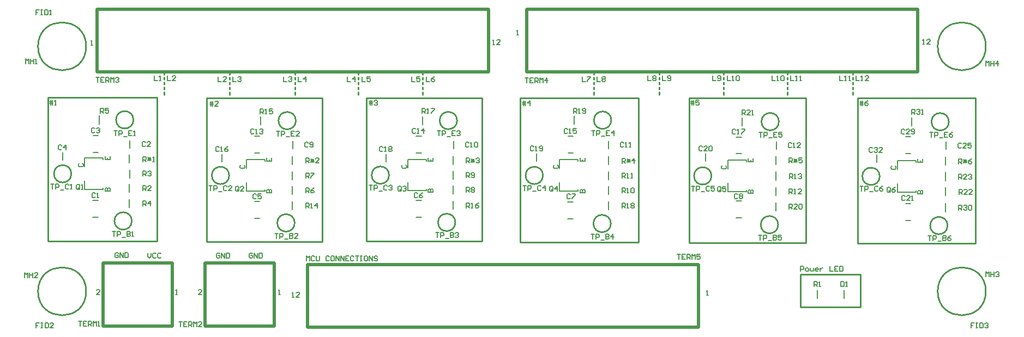
<source format=gto>
G04 Layer_Color=65535*
%FSLAX25Y25*%
%MOIN*%
G70*
G01*
G75*
%ADD21C,0.01000*%
%ADD22C,0.01969*%
%ADD23C,0.00787*%
%ADD24C,0.00500*%
D21*
X167909Y129500D02*
G03*
X167909Y129500I-5315J0D01*
G01*
X566315Y65268D02*
G03*
X566315Y65268I-5315J0D01*
G01*
X567109Y128828D02*
G03*
X567109Y128828I-5315J0D01*
G01*
X524852Y95423D02*
G03*
X524852Y95423I-5315J0D01*
G01*
X462752Y65800D02*
G03*
X462752Y65800I-5315J0D01*
G01*
X463186Y128900D02*
G03*
X463186Y128900I-5315J0D01*
G01*
X421952Y95664D02*
G03*
X421952Y95664I-5315J0D01*
G01*
X318989Y95960D02*
G03*
X318989Y95960I-5315J0D01*
G01*
X360746Y129800D02*
G03*
X360746Y129800I-5315J0D01*
G01*
X360452Y66500D02*
G03*
X360452Y66500I-5315J0D01*
G01*
X265417Y67200D02*
G03*
X265417Y67200I-5315J0D01*
G01*
X266454Y129560D02*
G03*
X266454Y129560I-5315J0D01*
G01*
X224883Y96160D02*
G03*
X224883Y96160I-5315J0D01*
G01*
X127152Y95954D02*
G03*
X127152Y95954I-5315J0D01*
G01*
X167183Y66900D02*
G03*
X167183Y66900I-5315J0D01*
G01*
X68615Y130000D02*
G03*
X68615Y130000I-5315J0D01*
G01*
X30643Y96960D02*
G03*
X30643Y96960I-5315J0D01*
G01*
X67615Y68100D02*
G03*
X67615Y68100I-5315J0D01*
G01*
X39705Y175000D02*
G03*
X39705Y175000I-14705J0D01*
G01*
Y25000D02*
G03*
X39705Y25000I-14705J0D01*
G01*
X589705Y175000D02*
G03*
X589705Y175000I-14705J0D01*
G01*
Y25000D02*
G03*
X589705Y25000I-14705J0D01*
G01*
X476500Y15300D02*
Y35300D01*
Y15300D02*
X513100D01*
Y35300D01*
X476500D02*
X513100D01*
X583337Y54469D02*
Y143300D01*
X511337Y54469D02*
X583337D01*
X511337D02*
Y143300D01*
X583337D01*
X408337Y143325D02*
X479737D01*
X408337Y54700D02*
Y143325D01*
Y54700D02*
X479737D01*
Y143325D01*
X305074D02*
X377274D01*
X305074Y55000D02*
Y143325D01*
Y55000D02*
X377274D01*
Y143325D01*
X211109Y143400D02*
X281709D01*
X211109Y55700D02*
Y143400D01*
Y55700D02*
X281709D01*
Y143400D01*
X113437Y143500D02*
X184137D01*
X113437Y55400D02*
Y143500D01*
Y55400D02*
X184137D01*
Y143500D01*
X83100Y55800D02*
Y143700D01*
X16300Y55800D02*
X83100D01*
X16300D02*
Y143700D01*
X83100D01*
X127500Y145500D02*
Y146900D01*
Y148555D02*
Y149955D01*
Y151555D02*
Y152955D01*
Y154555D02*
Y155955D01*
Y157655D02*
Y159055D01*
X167500Y157655D02*
Y159055D01*
Y154555D02*
Y155955D01*
Y151555D02*
Y152955D01*
Y148555D02*
Y149955D01*
Y145500D02*
Y146900D01*
X206200Y157655D02*
Y159055D01*
Y154555D02*
Y155955D01*
Y151555D02*
Y152955D01*
Y148555D02*
Y149955D01*
Y145500D02*
Y146900D01*
X87500Y157655D02*
Y159055D01*
Y154555D02*
Y155955D01*
Y151555D02*
Y152955D01*
Y148555D02*
Y149955D01*
Y145500D02*
Y146900D01*
X245500Y157655D02*
Y159055D01*
Y154555D02*
Y155955D01*
Y151555D02*
Y152955D01*
Y148555D02*
Y149955D01*
Y145500D02*
Y146900D01*
X350000Y157655D02*
Y159055D01*
Y154555D02*
Y155955D01*
Y151555D02*
Y152955D01*
Y148555D02*
Y149955D01*
Y145500D02*
Y146900D01*
X390000Y157655D02*
Y159055D01*
Y154555D02*
Y155955D01*
Y151555D02*
Y152955D01*
Y148555D02*
Y149955D01*
Y145500D02*
Y146900D01*
X429500Y157655D02*
Y159055D01*
Y154555D02*
Y155955D01*
Y151555D02*
Y152955D01*
Y148555D02*
Y149955D01*
Y145500D02*
Y146900D01*
X468500Y157655D02*
Y159055D01*
Y154555D02*
Y155955D01*
Y151555D02*
Y152955D01*
Y148555D02*
Y149955D01*
Y145500D02*
Y146900D01*
X508500Y157655D02*
Y159055D01*
Y154555D02*
Y155955D01*
Y151555D02*
Y152955D01*
Y148555D02*
Y149955D01*
Y145500D02*
Y146900D01*
D22*
X112496Y3839D02*
Y42224D01*
Y3839D02*
X154819D01*
X112496Y42224D02*
X154819D01*
Y3839D02*
Y42224D01*
X49996Y3839D02*
Y42224D01*
Y3839D02*
X92319D01*
X49996Y42224D02*
X92319D01*
Y3839D02*
Y42224D01*
X414119Y2939D02*
Y41324D01*
X174946D02*
X414119D01*
X174946Y2939D02*
X414119D01*
X174946D02*
Y41324D01*
X46481Y159276D02*
Y197661D01*
Y159276D02*
X285654D01*
X46481Y197661D02*
X285654D01*
Y159276D02*
Y197661D01*
X308981Y159276D02*
Y197661D01*
Y159276D02*
X548154D01*
X308981Y197661D02*
X548154D01*
Y159276D02*
Y197661D01*
D23*
X486600Y20641D02*
Y25759D01*
X502900Y20641D02*
Y25759D01*
X522900Y103938D02*
Y108662D01*
X565337Y112106D02*
Y116831D01*
X564937Y83609D02*
Y88728D01*
Y73809D02*
Y78928D01*
Y92864D02*
Y97982D01*
Y102310D02*
Y107428D01*
X544465Y126269D02*
Y131387D01*
X540691Y119546D02*
X543840D01*
X540691Y109310D02*
X543840D01*
X540691Y78746D02*
X543840D01*
X540691Y68510D02*
X543840D01*
X535665Y85828D02*
Y91028D01*
Y85828D02*
X546965D01*
Y86828D01*
Y104028D02*
Y105028D01*
X535665D02*
X546965D01*
X535665Y99828D02*
Y105028D01*
X418500Y104638D02*
Y109362D01*
X461780Y112038D02*
Y116762D01*
X461437Y102710D02*
Y107828D01*
Y93105D02*
Y98223D01*
Y83741D02*
Y88859D01*
Y74341D02*
Y79459D01*
X440837Y126341D02*
Y131459D01*
X437062Y119518D02*
X440212D01*
X437062Y109282D02*
X440212D01*
X437062Y80218D02*
X440212D01*
X437062Y69982D02*
X440212D01*
X432096Y86069D02*
Y91269D01*
Y86069D02*
X443396D01*
Y87069D01*
Y104269D02*
Y105269D01*
X432096D02*
X443396D01*
X432096Y100069D02*
Y105269D01*
X358974Y112438D02*
Y117162D01*
X315100Y104638D02*
Y109362D01*
X338072Y127241D02*
Y132359D01*
X359074Y74941D02*
Y80059D01*
Y84241D02*
Y89359D01*
Y93401D02*
Y98519D01*
Y102541D02*
Y107659D01*
X334299Y119918D02*
X337449D01*
X334299Y109682D02*
X337449D01*
X334199Y79718D02*
X337349D01*
X334199Y69482D02*
X337349D01*
X329202Y86360D02*
Y91560D01*
Y86360D02*
X340502D01*
Y87360D01*
Y104560D02*
Y105560D01*
X329202D02*
X340502D01*
X329202Y100360D02*
Y105560D01*
X222900Y104338D02*
Y109062D01*
X264439Y112438D02*
Y117162D01*
X264039Y75341D02*
Y80459D01*
Y84741D02*
Y89859D01*
Y93601D02*
Y98719D01*
Y102741D02*
Y107859D01*
X245239Y127041D02*
Y132159D01*
X241465Y119918D02*
X244614D01*
X241465Y109682D02*
X244614D01*
X236468Y86560D02*
Y91760D01*
Y86560D02*
X247768D01*
Y87560D01*
Y104760D02*
Y105760D01*
X236468D02*
X247768D01*
X236468Y100560D02*
Y105760D01*
X241465Y80718D02*
X244614D01*
X241465Y70482D02*
X244614D01*
X165765Y75041D02*
Y80159D01*
X166137Y112438D02*
Y117162D01*
X122800Y104438D02*
Y109162D01*
X165765Y84241D02*
Y89359D01*
X146402Y126941D02*
Y132059D01*
X137665Y86360D02*
Y91560D01*
Y86360D02*
X148965D01*
Y87360D01*
Y104560D02*
Y105560D01*
X137665D02*
X148965D01*
X137665Y100360D02*
Y105560D01*
X142662Y80018D02*
X145812D01*
X142662Y69782D02*
X145812D01*
X142662Y119918D02*
X145812D01*
X142662Y109682D02*
X145812D01*
X165765Y102741D02*
Y107859D01*
Y93395D02*
Y98513D01*
X47600Y127441D02*
Y132559D01*
X66200Y85541D02*
Y90659D01*
X25328Y105297D02*
Y110021D01*
X66534Y112738D02*
Y117462D01*
X66200Y103541D02*
Y108659D01*
Y76341D02*
Y81459D01*
X66228Y94395D02*
Y99513D01*
X43925Y120418D02*
X47075D01*
X43925Y110182D02*
X47075D01*
X38828Y87360D02*
Y92560D01*
Y87360D02*
X50128D01*
Y88360D01*
Y105560D02*
Y106560D01*
X38828D02*
X50128D01*
X38828Y101360D02*
Y106560D01*
X43825Y80618D02*
X46975D01*
X43825Y70382D02*
X46975D01*
D24*
X476500Y37300D02*
Y40299D01*
X477999D01*
X478499Y39799D01*
Y38800D01*
X477999Y38300D01*
X476500D01*
X479999Y37300D02*
X480999D01*
X481498Y37800D01*
Y38800D01*
X480999Y39299D01*
X479999D01*
X479499Y38800D01*
Y37800D01*
X479999Y37300D01*
X482498Y39299D02*
Y37800D01*
X482998Y37300D01*
X483498Y37800D01*
X483998Y37300D01*
X484497Y37800D01*
Y39299D01*
X486997Y37300D02*
X485997D01*
X485497Y37800D01*
Y38800D01*
X485997Y39299D01*
X486997D01*
X487496Y38800D01*
Y38300D01*
X485497D01*
X488496Y39299D02*
Y37300D01*
Y38300D01*
X488996Y38800D01*
X489496Y39299D01*
X489996D01*
X494494Y40299D02*
Y37300D01*
X496493D01*
X499493Y40299D02*
X497493D01*
Y37300D01*
X499493D01*
X497493Y38800D02*
X498493D01*
X500492Y40299D02*
Y37300D01*
X501992D01*
X502492Y37800D01*
Y39799D01*
X501992Y40299D01*
X500492D01*
X96338Y6499D02*
X98337D01*
X97338D01*
Y3500D01*
X101336Y6499D02*
X99337D01*
Y3500D01*
X101336D01*
X99337Y5000D02*
X100337D01*
X102336Y3500D02*
Y6499D01*
X103835D01*
X104335Y5999D01*
Y5000D01*
X103835Y4500D01*
X102336D01*
X103335D02*
X104335Y3500D01*
X105335D02*
Y6499D01*
X106335Y5499D01*
X107334Y6499D01*
Y3500D01*
X110333D02*
X108334D01*
X110333Y5499D01*
Y5999D01*
X109833Y6499D01*
X108834D01*
X108334Y5999D01*
X555394Y122527D02*
X557393D01*
X556393D01*
Y119528D01*
X558393D02*
Y122527D01*
X559892D01*
X560392Y122028D01*
Y121028D01*
X559892Y120528D01*
X558393D01*
X561392Y119028D02*
X563391D01*
X566390Y122527D02*
X564391D01*
Y119528D01*
X566390D01*
X564391Y121028D02*
X565390D01*
X569389Y122527D02*
X568390Y122028D01*
X567390Y121028D01*
Y120028D01*
X567890Y119528D01*
X568889D01*
X569389Y120028D01*
Y120528D01*
X568889Y121028D01*
X567390D01*
X451171Y122499D02*
X453170D01*
X452171D01*
Y119500D01*
X454170D02*
Y122499D01*
X455669D01*
X456169Y121999D01*
Y121000D01*
X455669Y120500D01*
X454170D01*
X457169Y119000D02*
X459168D01*
X462167Y122499D02*
X460168D01*
Y119500D01*
X462167D01*
X460168Y121000D02*
X461168D01*
X465166Y122499D02*
X463167D01*
Y121000D01*
X464167Y121499D01*
X464667D01*
X465166Y121000D01*
Y120000D01*
X464667Y119500D01*
X463667D01*
X463167Y120000D01*
X348831Y123399D02*
X350830D01*
X349830D01*
Y120400D01*
X351830D02*
Y123399D01*
X353329D01*
X353829Y122899D01*
Y121899D01*
X353329Y121400D01*
X351830D01*
X354829Y119900D02*
X356828D01*
X359827Y123399D02*
X357828D01*
Y120400D01*
X359827D01*
X357828Y121899D02*
X358827D01*
X362326Y120400D02*
Y123399D01*
X360827Y121899D01*
X362826D01*
X254339Y123259D02*
X256339D01*
X255339D01*
Y120260D01*
X257338D02*
Y123259D01*
X258838D01*
X259338Y122759D01*
Y121759D01*
X258838Y121259D01*
X257338D01*
X260337Y119760D02*
X262337D01*
X265336Y123259D02*
X263336D01*
Y120260D01*
X265336D01*
X263336Y121759D02*
X264336D01*
X266336Y122759D02*
X266835Y123259D01*
X267835D01*
X268335Y122759D01*
Y122259D01*
X267835Y121759D01*
X267335D01*
X267835D01*
X268335Y121259D01*
Y120760D01*
X267835Y120260D01*
X266835D01*
X266336Y120760D01*
X156037Y123099D02*
X158036D01*
X157037D01*
Y120100D01*
X159036D02*
Y123099D01*
X160536D01*
X161035Y122599D01*
Y121599D01*
X160536Y121100D01*
X159036D01*
X162035Y119600D02*
X164034D01*
X167033Y123099D02*
X165034D01*
Y120100D01*
X167033D01*
X165034Y121599D02*
X166034D01*
X170033Y120100D02*
X168033D01*
X170033Y122099D01*
Y122599D01*
X169533Y123099D01*
X168533D01*
X168033Y122599D01*
X56800Y123299D02*
X58799D01*
X57800D01*
Y120300D01*
X59799D02*
Y123299D01*
X61299D01*
X61798Y122799D01*
Y121800D01*
X61299Y121300D01*
X59799D01*
X62798Y119800D02*
X64797D01*
X67796Y123299D02*
X65797D01*
Y120300D01*
X67796D01*
X65797Y121800D02*
X66797D01*
X68796Y120300D02*
X69796D01*
X69296D01*
Y123299D01*
X68796Y122799D01*
X512737Y89422D02*
X514736D01*
X513737D01*
Y86423D01*
X515736D02*
Y89422D01*
X517236D01*
X517735Y88922D01*
Y87922D01*
X517236Y87423D01*
X515736D01*
X518735Y85923D02*
X520734D01*
X523733Y88922D02*
X523234Y89422D01*
X522234D01*
X521734Y88922D01*
Y86923D01*
X522234Y86423D01*
X523234D01*
X523733Y86923D01*
X526732Y89422D02*
X525733Y88922D01*
X524733Y87922D01*
Y86923D01*
X525233Y86423D01*
X526233D01*
X526732Y86923D01*
Y87423D01*
X526233Y87922D01*
X524733D01*
X409837Y89463D02*
X411836D01*
X410837D01*
Y86464D01*
X412836D02*
Y89463D01*
X414336D01*
X414835Y88963D01*
Y87963D01*
X414336Y87463D01*
X412836D01*
X415835Y85964D02*
X417834D01*
X420833Y88963D02*
X420334Y89463D01*
X419334D01*
X418834Y88963D01*
Y86964D01*
X419334Y86464D01*
X420334D01*
X420833Y86964D01*
X423833Y89463D02*
X421833D01*
Y87963D01*
X422833Y88463D01*
X423333D01*
X423833Y87963D01*
Y86964D01*
X423333Y86464D01*
X422333D01*
X421833Y86964D01*
X306774Y89749D02*
X308773D01*
X307774D01*
Y86750D01*
X309773D02*
Y89749D01*
X311273D01*
X311772Y89250D01*
Y88250D01*
X311273Y87750D01*
X309773D01*
X312772Y86251D02*
X314771D01*
X317771Y89250D02*
X317271Y89749D01*
X316271D01*
X315771Y89250D01*
Y87250D01*
X316271Y86750D01*
X317271D01*
X317771Y87250D01*
X320270Y86750D02*
Y89749D01*
X318770Y88250D01*
X320770D01*
X212839Y89899D02*
X214839D01*
X213839D01*
Y86900D01*
X215838D02*
Y89899D01*
X217338D01*
X217838Y89399D01*
Y88399D01*
X217338Y87900D01*
X215838D01*
X218837Y86400D02*
X220837D01*
X223836Y89399D02*
X223336Y89899D01*
X222336D01*
X221836Y89399D01*
Y87400D01*
X222336Y86900D01*
X223336D01*
X223836Y87400D01*
X224835Y89399D02*
X225335Y89899D01*
X226335D01*
X226835Y89399D01*
Y88899D01*
X226335Y88399D01*
X225835D01*
X226335D01*
X226835Y87900D01*
Y87400D01*
X226335Y86900D01*
X225335D01*
X224835Y87400D01*
X114837Y89553D02*
X116836D01*
X115837D01*
Y86554D01*
X117836D02*
Y89553D01*
X119336D01*
X119835Y89053D01*
Y88054D01*
X119336Y87554D01*
X117836D01*
X120835Y86054D02*
X122834D01*
X125833Y89053D02*
X125334Y89553D01*
X124334D01*
X123834Y89053D01*
Y87054D01*
X124334Y86554D01*
X125334D01*
X125833Y87054D01*
X128832Y86554D02*
X126833D01*
X128832Y88554D01*
Y89053D01*
X128333Y89553D01*
X127333D01*
X126833Y89053D01*
X18128Y90659D02*
X20128D01*
X19128D01*
Y87660D01*
X21127D02*
Y90659D01*
X22627D01*
X23127Y90159D01*
Y89159D01*
X22627Y88660D01*
X21127D01*
X24126Y87160D02*
X26126D01*
X29125Y90159D02*
X28625Y90659D01*
X27625D01*
X27125Y90159D01*
Y88160D01*
X27625Y87660D01*
X28625D01*
X29125Y88160D01*
X30125Y87660D02*
X31124D01*
X30624D01*
Y90659D01*
X30125Y90159D01*
X554500Y59068D02*
X556499D01*
X555500D01*
Y56068D01*
X557499D02*
Y59068D01*
X558998D01*
X559498Y58568D01*
Y57568D01*
X558998Y57068D01*
X557499D01*
X560498Y55569D02*
X562497D01*
X563497Y59068D02*
Y56068D01*
X564997D01*
X565496Y56568D01*
Y57068D01*
X564997Y57568D01*
X563497D01*
X564997D01*
X565496Y58068D01*
Y58568D01*
X564997Y59068D01*
X563497D01*
X568496D02*
X567496Y58568D01*
X566496Y57568D01*
Y56568D01*
X566996Y56068D01*
X567996D01*
X568496Y56568D01*
Y57068D01*
X567996Y57568D01*
X566496D01*
X450752Y59499D02*
X452751D01*
X451752D01*
Y56500D01*
X453751D02*
Y59499D01*
X455251D01*
X455751Y58999D01*
Y57999D01*
X455251Y57500D01*
X453751D01*
X456750Y56000D02*
X458749D01*
X459749Y59499D02*
Y56500D01*
X461249D01*
X461749Y57000D01*
Y57500D01*
X461249Y57999D01*
X459749D01*
X461249D01*
X461749Y58499D01*
Y58999D01*
X461249Y59499D01*
X459749D01*
X464747D02*
X462748D01*
Y57999D01*
X463748Y58499D01*
X464248D01*
X464747Y57999D01*
Y57000D01*
X464248Y56500D01*
X463248D01*
X462748Y57000D01*
X348372Y59999D02*
X350371D01*
X349371D01*
Y57000D01*
X351371D02*
Y59999D01*
X352870D01*
X353370Y59499D01*
Y58499D01*
X352870Y58000D01*
X351371D01*
X354370Y56500D02*
X356369D01*
X357369Y59999D02*
Y57000D01*
X358868D01*
X359368Y57500D01*
Y58000D01*
X358868Y58499D01*
X357369D01*
X358868D01*
X359368Y58999D01*
Y59499D01*
X358868Y59999D01*
X357369D01*
X361867Y57000D02*
Y59999D01*
X360368Y58499D01*
X362367D01*
X253302Y60899D02*
X255302D01*
X254302D01*
Y57900D01*
X256301D02*
Y60899D01*
X257801D01*
X258301Y60399D01*
Y59399D01*
X257801Y58900D01*
X256301D01*
X259300Y57400D02*
X261300D01*
X262299Y60899D02*
Y57900D01*
X263799D01*
X264299Y58400D01*
Y58900D01*
X263799Y59399D01*
X262299D01*
X263799D01*
X264299Y59899D01*
Y60399D01*
X263799Y60899D01*
X262299D01*
X265299Y60399D02*
X265798Y60899D01*
X266798D01*
X267298Y60399D01*
Y59899D01*
X266798Y59399D01*
X266298D01*
X266798D01*
X267298Y58900D01*
Y58400D01*
X266798Y57900D01*
X265798D01*
X265299Y58400D01*
X155168Y60399D02*
X157167D01*
X156167D01*
Y57400D01*
X158167D02*
Y60399D01*
X159666D01*
X160166Y59899D01*
Y58899D01*
X159666Y58400D01*
X158167D01*
X161166Y56900D02*
X163165D01*
X164165Y60399D02*
Y57400D01*
X165664D01*
X166164Y57900D01*
Y58400D01*
X165664Y58899D01*
X164165D01*
X165664D01*
X166164Y59399D01*
Y59899D01*
X165664Y60399D01*
X164165D01*
X169163Y57400D02*
X167164D01*
X169163Y59399D01*
Y59899D01*
X168663Y60399D01*
X167664D01*
X167164Y59899D01*
X55600Y61699D02*
X57599D01*
X56600D01*
Y58700D01*
X58599D02*
Y61699D01*
X60099D01*
X60598Y61199D01*
Y60199D01*
X60099Y59700D01*
X58599D01*
X61598Y58200D02*
X63597D01*
X64597Y61699D02*
Y58700D01*
X66097D01*
X66596Y59200D01*
Y59700D01*
X66097Y60199D01*
X64597D01*
X66097D01*
X66596Y60699D01*
Y61199D01*
X66097Y61699D01*
X64597D01*
X67596Y58700D02*
X68596D01*
X68096D01*
Y61699D01*
X67596Y61199D01*
X307900Y155599D02*
X309899D01*
X308900D01*
Y152600D01*
X312898Y155599D02*
X310899D01*
Y152600D01*
X312898D01*
X310899Y154100D02*
X311899D01*
X313898Y152600D02*
Y155599D01*
X315398D01*
X315897Y155099D01*
Y154100D01*
X315398Y153600D01*
X313898D01*
X314898D02*
X315897Y152600D01*
X316897D02*
Y155599D01*
X317897Y154599D01*
X318896Y155599D01*
Y152600D01*
X321396D02*
Y155599D01*
X319896Y154100D01*
X321896D01*
X45600Y155899D02*
X47599D01*
X46600D01*
Y152900D01*
X50598Y155899D02*
X48599D01*
Y152900D01*
X50598D01*
X48599Y154400D02*
X49599D01*
X51598Y152900D02*
Y155899D01*
X53098D01*
X53597Y155399D01*
Y154400D01*
X53098Y153900D01*
X51598D01*
X52598D02*
X53597Y152900D01*
X54597D02*
Y155899D01*
X55597Y154899D01*
X56596Y155899D01*
Y152900D01*
X57596Y155399D02*
X58096Y155899D01*
X59096D01*
X59596Y155399D01*
Y154899D01*
X59096Y154400D01*
X58596D01*
X59096D01*
X59596Y153900D01*
Y153400D01*
X59096Y152900D01*
X58096D01*
X57596Y153400D01*
X35000Y6838D02*
X36999D01*
X36000D01*
Y3839D01*
X39998Y6838D02*
X37999D01*
Y3839D01*
X39998D01*
X37999Y5338D02*
X38999D01*
X40998Y3839D02*
Y6838D01*
X42498D01*
X42997Y6338D01*
Y5338D01*
X42498Y4838D01*
X40998D01*
X41998D02*
X42997Y3839D01*
X43997D02*
Y6838D01*
X44997Y5838D01*
X45996Y6838D01*
Y3839D01*
X46996D02*
X47996D01*
X47496D01*
Y6838D01*
X46996Y6338D01*
X573137Y103168D02*
Y106168D01*
X574637D01*
X575136Y105668D01*
Y104668D01*
X574637Y104168D01*
X573137D01*
X574137D02*
X575136Y103168D01*
X576136Y105668D02*
X578135Y103668D01*
X576136D02*
X578135Y105668D01*
X576136Y104668D02*
X578135D01*
X577136Y103668D02*
Y105668D01*
X581134Y106168D02*
X580135Y105668D01*
X579135Y104668D01*
Y103668D01*
X579635Y103168D01*
X580635D01*
X581134Y103668D01*
Y104168D01*
X580635Y104668D01*
X579135D01*
X469537Y103700D02*
Y106699D01*
X471036D01*
X471536Y106199D01*
Y105200D01*
X471036Y104700D01*
X469537D01*
X470537D02*
X471536Y103700D01*
X472536Y106199D02*
X474535Y104200D01*
X472536D02*
X474535Y106199D01*
X472536Y105200D02*
X474535D01*
X473536Y104200D02*
Y106199D01*
X477534Y106699D02*
X475535D01*
Y105200D01*
X476535Y105699D01*
X477035D01*
X477534Y105200D01*
Y104200D01*
X477035Y103700D01*
X476035D01*
X475535Y104200D01*
X367374Y103415D02*
Y106414D01*
X368874D01*
X369373Y105914D01*
Y104914D01*
X368874Y104415D01*
X367374D01*
X368374D02*
X369373Y103415D01*
X370373Y105914D02*
X372372Y103915D01*
X370373D02*
X372372Y105914D01*
X370373Y104914D02*
X372372D01*
X371373Y103915D02*
Y105914D01*
X374872Y103415D02*
Y106414D01*
X373372Y104914D01*
X375371D01*
X272109Y103600D02*
Y106599D01*
X273608D01*
X274108Y106099D01*
Y105099D01*
X273608Y104600D01*
X272109D01*
X273108D02*
X274108Y103600D01*
X275108Y106099D02*
X277107Y104100D01*
X275108D02*
X277107Y106099D01*
X275108Y105099D02*
X277107D01*
X276107Y104100D02*
Y106099D01*
X278107D02*
X278607Y106599D01*
X279606D01*
X280106Y106099D01*
Y105599D01*
X279606Y105099D01*
X279106D01*
X279606D01*
X280106Y104600D01*
Y104100D01*
X279606Y103600D01*
X278607D01*
X278107Y104100D01*
X174000Y103700D02*
Y106699D01*
X175499D01*
X175999Y106199D01*
Y105200D01*
X175499Y104700D01*
X174000D01*
X175000D02*
X175999Y103700D01*
X176999Y106199D02*
X178998Y104200D01*
X176999D02*
X178998Y106199D01*
X176999Y105200D02*
X178998D01*
X177999Y104200D02*
Y106199D01*
X181997Y103700D02*
X179998D01*
X181997Y105699D01*
Y106199D01*
X181498Y106699D01*
X180498D01*
X179998Y106199D01*
X74500Y104500D02*
Y107499D01*
X75999D01*
X76499Y106999D01*
Y106000D01*
X75999Y105500D01*
X74500D01*
X75500D02*
X76499Y104500D01*
X77499Y106999D02*
X79498Y105000D01*
X77499D02*
X79498Y106999D01*
X77499Y106000D02*
X79498D01*
X78499Y105000D02*
Y106999D01*
X80498Y104500D02*
X81498D01*
X80998D01*
Y107499D01*
X80498Y106999D01*
X544500Y133400D02*
Y136399D01*
X545999D01*
X546499Y135899D01*
Y134899D01*
X545999Y134400D01*
X544500D01*
X545500D02*
X546499Y133400D01*
X547499Y135899D02*
X547999Y136399D01*
X548998D01*
X549498Y135899D01*
Y135399D01*
X548998Y134899D01*
X548499D01*
X548998D01*
X549498Y134400D01*
Y133900D01*
X548998Y133400D01*
X547999D01*
X547499Y133900D01*
X550498Y133400D02*
X551498D01*
X550998D01*
Y136399D01*
X550498Y135899D01*
X573137Y74769D02*
Y77768D01*
X574637D01*
X575136Y77268D01*
Y76268D01*
X574637Y75768D01*
X573137D01*
X574137D02*
X575136Y74769D01*
X576136Y77268D02*
X576636Y77768D01*
X577636D01*
X578135Y77268D01*
Y76768D01*
X577636Y76268D01*
X577136D01*
X577636D01*
X578135Y75768D01*
Y75268D01*
X577636Y74769D01*
X576636D01*
X576136Y75268D01*
X579135Y77268D02*
X579635Y77768D01*
X580635D01*
X581134Y77268D01*
Y75268D01*
X580635Y74769D01*
X579635D01*
X579135Y75268D01*
Y77268D01*
X573137Y93669D02*
Y96668D01*
X574637D01*
X575136Y96168D01*
Y95168D01*
X574637Y94668D01*
X573137D01*
X574137D02*
X575136Y93669D01*
X578135D02*
X576136D01*
X578135Y95668D01*
Y96168D01*
X577636Y96668D01*
X576636D01*
X576136Y96168D01*
X579135D02*
X579635Y96668D01*
X580635D01*
X581134Y96168D01*
Y95668D01*
X580635Y95168D01*
X580135D01*
X580635D01*
X581134Y94668D01*
Y94168D01*
X580635Y93669D01*
X579635D01*
X579135Y94168D01*
X573337Y84469D02*
Y87468D01*
X574836D01*
X575336Y86968D01*
Y85968D01*
X574836Y85468D01*
X573337D01*
X574337D02*
X575336Y84469D01*
X578335D02*
X576336D01*
X578335Y86468D01*
Y86968D01*
X577836Y87468D01*
X576836D01*
X576336Y86968D01*
X581334Y84469D02*
X579335D01*
X581334Y86468D01*
Y86968D01*
X580835Y87468D01*
X579835D01*
X579335Y86968D01*
X440700Y133200D02*
Y136199D01*
X442200D01*
X442699Y135699D01*
Y134699D01*
X442200Y134200D01*
X440700D01*
X441700D02*
X442699Y133200D01*
X445698D02*
X443699D01*
X445698Y135199D01*
Y135699D01*
X445198Y136199D01*
X444199D01*
X443699Y135699D01*
X446698Y133200D02*
X447698D01*
X447198D01*
Y136199D01*
X446698Y135699D01*
X469537Y75500D02*
Y78499D01*
X471036D01*
X471536Y77999D01*
Y76999D01*
X471036Y76500D01*
X469537D01*
X470537D02*
X471536Y75500D01*
X474535D02*
X472536D01*
X474535Y77499D01*
Y77999D01*
X474036Y78499D01*
X473036D01*
X472536Y77999D01*
X475535D02*
X476035Y78499D01*
X477035D01*
X477534Y77999D01*
Y76000D01*
X477035Y75500D01*
X476035D01*
X475535Y76000D01*
Y77999D01*
X337700Y134000D02*
Y136999D01*
X339199D01*
X339699Y136499D01*
Y135500D01*
X339199Y135000D01*
X337700D01*
X338700D02*
X339699Y134000D01*
X340699D02*
X341699D01*
X341199D01*
Y136999D01*
X340699Y136499D01*
X343198Y134500D02*
X343698Y134000D01*
X344698D01*
X345198Y134500D01*
Y136499D01*
X344698Y136999D01*
X343698D01*
X343198Y136499D01*
Y135999D01*
X343698Y135500D01*
X345198D01*
X367374Y76000D02*
Y78999D01*
X368874D01*
X369373Y78499D01*
Y77500D01*
X368874Y77000D01*
X367374D01*
X368374D02*
X369373Y76000D01*
X370373D02*
X371373D01*
X370873D01*
Y78999D01*
X370373Y78499D01*
X372872D02*
X373372Y78999D01*
X374372D01*
X374872Y78499D01*
Y77999D01*
X374372Y77500D01*
X374872Y77000D01*
Y76500D01*
X374372Y76000D01*
X373372D01*
X372872Y76500D01*
Y77000D01*
X373372Y77500D01*
X372872Y77999D01*
Y78499D01*
X373372Y77500D02*
X374372D01*
X245100Y134000D02*
Y136999D01*
X246600D01*
X247099Y136499D01*
Y135500D01*
X246600Y135000D01*
X245100D01*
X246100D02*
X247099Y134000D01*
X248099D02*
X249099D01*
X248599D01*
Y136999D01*
X248099Y136499D01*
X250598Y136999D02*
X252598D01*
Y136499D01*
X250598Y134500D01*
Y134000D01*
X272109Y76200D02*
Y79199D01*
X273608D01*
X274108Y78699D01*
Y77700D01*
X273608Y77200D01*
X272109D01*
X273108D02*
X274108Y76200D01*
X275108D02*
X276107D01*
X275607D01*
Y79199D01*
X275108Y78699D01*
X279606Y79199D02*
X278607Y78699D01*
X277607Y77700D01*
Y76700D01*
X278107Y76200D01*
X279106D01*
X279606Y76700D01*
Y77200D01*
X279106Y77700D01*
X277607D01*
X146100Y133700D02*
Y136699D01*
X147599D01*
X148099Y136199D01*
Y135199D01*
X147599Y134700D01*
X146100D01*
X147100D02*
X148099Y133700D01*
X149099D02*
X150099D01*
X149599D01*
Y136699D01*
X149099Y136199D01*
X153598Y136699D02*
X151598D01*
Y135199D01*
X152598Y135699D01*
X153098D01*
X153598Y135199D01*
Y134200D01*
X153098Y133700D01*
X152098D01*
X151598Y134200D01*
X174000Y75900D02*
Y78899D01*
X175499D01*
X175999Y78399D01*
Y77399D01*
X175499Y76900D01*
X174000D01*
X175000D02*
X175999Y75900D01*
X176999D02*
X177999D01*
X177499D01*
Y78899D01*
X176999Y78399D01*
X180998Y75900D02*
Y78899D01*
X179498Y77399D01*
X181498D01*
X469637Y94000D02*
Y96999D01*
X471137D01*
X471636Y96499D01*
Y95499D01*
X471137Y95000D01*
X469637D01*
X470637D02*
X471636Y94000D01*
X472636D02*
X473636D01*
X473136D01*
Y96999D01*
X472636Y96499D01*
X475135D02*
X475635Y96999D01*
X476635D01*
X477135Y96499D01*
Y95999D01*
X476635Y95499D01*
X476135D01*
X476635D01*
X477135Y95000D01*
Y94500D01*
X476635Y94000D01*
X475635D01*
X475135Y94500D01*
X469537Y84800D02*
Y87799D01*
X471036D01*
X471536Y87299D01*
Y86300D01*
X471036Y85800D01*
X469537D01*
X470537D02*
X471536Y84800D01*
X472536D02*
X473536D01*
X473036D01*
Y87799D01*
X472536Y87299D01*
X477035Y84800D02*
X475035D01*
X477035Y86799D01*
Y87299D01*
X476535Y87799D01*
X475535D01*
X475035Y87299D01*
X367374Y94400D02*
Y97399D01*
X368874D01*
X369373Y96899D01*
Y95899D01*
X368874Y95400D01*
X367374D01*
X368374D02*
X369373Y94400D01*
X370373D02*
X371373D01*
X370873D01*
Y97399D01*
X370373Y96899D01*
X372872Y94400D02*
X373872D01*
X373372D01*
Y97399D01*
X372872Y96899D01*
X367374Y85300D02*
Y88299D01*
X368874D01*
X369373Y87799D01*
Y86800D01*
X368874Y86300D01*
X367374D01*
X368374D02*
X369373Y85300D01*
X370373D02*
X371373D01*
X370873D01*
Y88299D01*
X370373Y87799D01*
X372872D02*
X373372Y88299D01*
X374372D01*
X374872Y87799D01*
Y85800D01*
X374372Y85300D01*
X373372D01*
X372872Y85800D01*
Y87799D01*
X272209Y94600D02*
Y97599D01*
X273708D01*
X274208Y97099D01*
Y96100D01*
X273708Y95600D01*
X272209D01*
X273208D02*
X274208Y94600D01*
X275208Y95100D02*
X275708Y94600D01*
X276707D01*
X277207Y95100D01*
Y97099D01*
X276707Y97599D01*
X275708D01*
X275208Y97099D01*
Y96599D01*
X275708Y96100D01*
X277207D01*
X272109Y85560D02*
Y88559D01*
X273608D01*
X274108Y88059D01*
Y87059D01*
X273608Y86559D01*
X272109D01*
X273108D02*
X274108Y85560D01*
X275108Y88059D02*
X275607Y88559D01*
X276607D01*
X277107Y88059D01*
Y87559D01*
X276607Y87059D01*
X277107Y86559D01*
Y86060D01*
X276607Y85560D01*
X275607D01*
X275108Y86060D01*
Y86559D01*
X275607Y87059D01*
X275108Y87559D01*
Y88059D01*
X275607Y87059D02*
X276607D01*
X174137Y94500D02*
Y97499D01*
X175636D01*
X176136Y96999D01*
Y95999D01*
X175636Y95500D01*
X174137D01*
X175137D02*
X176136Y94500D01*
X177136Y97499D02*
X179135D01*
Y96999D01*
X177136Y95000D01*
Y94500D01*
X174009Y85360D02*
Y88359D01*
X175508D01*
X176008Y87859D01*
Y86859D01*
X175508Y86360D01*
X174009D01*
X175008D02*
X176008Y85360D01*
X179007Y88359D02*
X178007Y87859D01*
X177008Y86859D01*
Y85860D01*
X177508Y85360D01*
X178507D01*
X179007Y85860D01*
Y86360D01*
X178507Y86859D01*
X177008D01*
X48500Y134200D02*
Y137199D01*
X49999D01*
X50499Y136699D01*
Y135699D01*
X49999Y135200D01*
X48500D01*
X49500D02*
X50499Y134200D01*
X53498Y137199D02*
X51499D01*
Y135699D01*
X52499Y136199D01*
X52999D01*
X53498Y135699D01*
Y134700D01*
X52999Y134200D01*
X51999D01*
X51499Y134700D01*
X74400Y77300D02*
Y80299D01*
X75899D01*
X76399Y79799D01*
Y78799D01*
X75899Y78300D01*
X74400D01*
X75400D02*
X76399Y77300D01*
X78899D02*
Y80299D01*
X77399Y78799D01*
X79398D01*
X74500Y95600D02*
Y98599D01*
X75999D01*
X76499Y98099D01*
Y97100D01*
X75999Y96600D01*
X74500D01*
X75500D02*
X76499Y95600D01*
X77499Y98099D02*
X77999Y98599D01*
X78999D01*
X79498Y98099D01*
Y97599D01*
X78999Y97100D01*
X78499D01*
X78999D01*
X79498Y96600D01*
Y96100D01*
X78999Y95600D01*
X77999D01*
X77499Y96100D01*
X74400Y86600D02*
Y89599D01*
X75899D01*
X76399Y89099D01*
Y88099D01*
X75899Y87600D01*
X74400D01*
X75400D02*
X76399Y86600D01*
X79398D02*
X77399D01*
X79398Y88599D01*
Y89099D01*
X78899Y89599D01*
X77899D01*
X77399Y89099D01*
X484600Y27900D02*
Y30899D01*
X486099D01*
X486599Y30399D01*
Y29399D01*
X486099Y28900D01*
X484600D01*
X485600D02*
X486599Y27900D01*
X487599D02*
X488599D01*
X488099D01*
Y30899D01*
X487599Y30399D01*
X531365Y86228D02*
Y88227D01*
X530865Y88727D01*
X529865D01*
X529365Y88227D01*
Y86228D01*
X529865Y85728D01*
X530865D01*
X530365Y86728D02*
X531365Y85728D01*
X530865D02*
X531365Y86228D01*
X534364Y88727D02*
X533364Y88227D01*
X532364Y87228D01*
Y86228D01*
X532864Y85728D01*
X533864D01*
X534364Y86228D01*
Y86728D01*
X533864Y87228D01*
X532364D01*
X427807Y86551D02*
Y88550D01*
X427307Y89050D01*
X426308D01*
X425808Y88550D01*
Y86551D01*
X426308Y86051D01*
X427307D01*
X426808Y87051D02*
X427807Y86051D01*
X427307D02*
X427807Y86551D01*
X430806Y89050D02*
X428807D01*
Y87551D01*
X429807Y88051D01*
X430306D01*
X430806Y87551D01*
Y86551D01*
X430306Y86051D01*
X429307D01*
X428807Y86551D01*
X325202Y86860D02*
Y88859D01*
X324702Y89359D01*
X323702D01*
X323202Y88859D01*
Y86860D01*
X323702Y86360D01*
X324702D01*
X324202Y87359D02*
X325202Y86360D01*
X324702D02*
X325202Y86860D01*
X327701Y86360D02*
Y89359D01*
X326201Y87859D01*
X328201D01*
X232367Y86960D02*
Y88959D01*
X231867Y89459D01*
X230868D01*
X230368Y88959D01*
Y86960D01*
X230868Y86460D01*
X231867D01*
X231367Y87459D02*
X232367Y86460D01*
X231867D02*
X232367Y86960D01*
X233367Y88959D02*
X233867Y89459D01*
X234866D01*
X235366Y88959D01*
Y88459D01*
X234866Y87959D01*
X234366D01*
X234866D01*
X235366Y87459D01*
Y86960D01*
X234866Y86460D01*
X233867D01*
X233367Y86960D01*
X133165Y86860D02*
Y88859D01*
X132665Y89359D01*
X131665D01*
X131165Y88859D01*
Y86860D01*
X131665Y86360D01*
X132665D01*
X132165Y87359D02*
X133165Y86360D01*
X132665D02*
X133165Y86860D01*
X136164Y86360D02*
X134164D01*
X136164Y88359D01*
Y88859D01*
X135664Y89359D01*
X134664D01*
X134164Y88859D01*
X35728Y87960D02*
Y89959D01*
X35228Y90459D01*
X34228D01*
X33728Y89959D01*
Y87960D01*
X34228Y87460D01*
X35228D01*
X34728Y88459D02*
X35728Y87460D01*
X35228D02*
X35728Y87960D01*
X36727Y87460D02*
X37727D01*
X37227D01*
Y90459D01*
X36727Y89959D01*
X589600Y162900D02*
Y165899D01*
X590600Y164899D01*
X591599Y165899D01*
Y162900D01*
X592599Y165899D02*
Y162900D01*
Y164400D01*
X594598D01*
Y165899D01*
Y162900D01*
X597098D02*
Y165899D01*
X595598Y164400D01*
X597597D01*
X589800Y34000D02*
Y36999D01*
X590800Y35999D01*
X591799Y36999D01*
Y34000D01*
X592799Y36999D02*
Y34000D01*
Y35500D01*
X594798D01*
Y36999D01*
Y34000D01*
X595798Y36499D02*
X596298Y36999D01*
X597298D01*
X597797Y36499D01*
Y35999D01*
X597298Y35500D01*
X596798D01*
X597298D01*
X597797Y35000D01*
Y34500D01*
X597298Y34000D01*
X596298D01*
X595798Y34500D01*
X2200Y33500D02*
Y36499D01*
X3200Y35499D01*
X4199Y36499D01*
Y33500D01*
X5199Y36499D02*
Y33500D01*
Y34999D01*
X7198D01*
Y36499D01*
Y33500D01*
X10197D02*
X8198D01*
X10197Y35499D01*
Y35999D01*
X9698Y36499D01*
X8698D01*
X8198Y35999D01*
X2600Y164500D02*
Y167499D01*
X3600Y166499D01*
X4599Y167499D01*
Y164500D01*
X5599Y167499D02*
Y164500D01*
Y165999D01*
X7598D01*
Y167499D01*
Y164500D01*
X8598D02*
X9598D01*
X9098D01*
Y167499D01*
X8598Y166999D01*
X582699Y5699D02*
X580700D01*
Y4200D01*
X581700D01*
X580700D01*
Y2700D01*
X583699Y5699D02*
X584699D01*
X584199D01*
Y2700D01*
X583699D01*
X584699D01*
X586198Y5699D02*
Y2700D01*
X587698D01*
X588198Y3200D01*
Y5199D01*
X587698Y5699D01*
X586198D01*
X589197Y5199D02*
X589697Y5699D01*
X590697D01*
X591197Y5199D01*
Y4699D01*
X590697Y4200D01*
X590197D01*
X590697D01*
X591197Y3700D01*
Y3200D01*
X590697Y2700D01*
X589697D01*
X589197Y3200D01*
X10999Y197299D02*
X9000D01*
Y195800D01*
X10000D01*
X9000D01*
Y194300D01*
X11999Y197299D02*
X12999D01*
X12499D01*
Y194300D01*
X11999D01*
X12999D01*
X14498Y197299D02*
Y194300D01*
X15998D01*
X16498Y194800D01*
Y196799D01*
X15998Y197299D01*
X14498D01*
X17497Y194300D02*
X18497D01*
X17997D01*
Y197299D01*
X17497Y196799D01*
X501100Y30899D02*
Y27900D01*
X502599D01*
X503099Y28400D01*
Y30399D01*
X502599Y30899D01*
X501100D01*
X504099Y27900D02*
X505099D01*
X504599D01*
Y30899D01*
X504099Y30399D01*
X520499Y112699D02*
X520000Y113199D01*
X519000D01*
X518500Y112699D01*
Y110700D01*
X519000Y110200D01*
X520000D01*
X520499Y110700D01*
X521499Y112699D02*
X521999Y113199D01*
X522999D01*
X523498Y112699D01*
Y112199D01*
X522999Y111699D01*
X522499D01*
X522999D01*
X523498Y111200D01*
Y110700D01*
X522999Y110200D01*
X521999D01*
X521499Y110700D01*
X526497Y110200D02*
X524498D01*
X526497Y112199D01*
Y112699D01*
X525998Y113199D01*
X524998D01*
X524498Y112699D01*
X540065Y123728D02*
X539565Y124227D01*
X538565D01*
X538065Y123728D01*
Y121728D01*
X538565Y121228D01*
X539565D01*
X540065Y121728D01*
X543064Y121228D02*
X541064D01*
X543064Y123228D01*
Y123728D01*
X542564Y124227D01*
X541564D01*
X541064Y123728D01*
X544063Y121728D02*
X544563Y121228D01*
X545563D01*
X546063Y121728D01*
Y123728D01*
X545563Y124227D01*
X544563D01*
X544063Y123728D01*
Y123228D01*
X544563Y122728D01*
X546063D01*
X574736Y115368D02*
X574236Y115868D01*
X573237D01*
X572737Y115368D01*
Y113368D01*
X573237Y112868D01*
X574236D01*
X574736Y113368D01*
X577735Y112868D02*
X575736D01*
X577735Y114868D01*
Y115368D01*
X577236Y115868D01*
X576236D01*
X575736Y115368D01*
X580734Y115868D02*
X578735D01*
Y114368D01*
X579735Y114868D01*
X580235D01*
X580734Y114368D01*
Y113368D01*
X580235Y112868D01*
X579235D01*
X578735Y113368D01*
X540365Y83127D02*
X539865Y83627D01*
X538865D01*
X538365Y83127D01*
Y81128D01*
X538865Y80628D01*
X539865D01*
X540365Y81128D01*
X543364Y80628D02*
X541364D01*
X543364Y82628D01*
Y83127D01*
X542864Y83627D01*
X541864D01*
X541364Y83127D01*
X544363Y80628D02*
X545363D01*
X544863D01*
Y83627D01*
X544363Y83127D01*
X416429Y113430D02*
X415929Y113930D01*
X414929D01*
X414429Y113430D01*
Y111431D01*
X414929Y110931D01*
X415929D01*
X416429Y111431D01*
X419427Y110931D02*
X417428D01*
X419427Y112930D01*
Y113430D01*
X418928Y113930D01*
X417928D01*
X417428Y113430D01*
X420427D02*
X420927Y113930D01*
X421927D01*
X422427Y113430D01*
Y111431D01*
X421927Y110931D01*
X420927D01*
X420427Y111431D01*
Y113430D01*
X313299Y113399D02*
X312800Y113899D01*
X311800D01*
X311300Y113399D01*
Y111400D01*
X311800Y110900D01*
X312800D01*
X313299Y111400D01*
X314299Y110900D02*
X315299D01*
X314799D01*
Y113899D01*
X314299Y113399D01*
X316798Y111400D02*
X317298Y110900D01*
X318298D01*
X318798Y111400D01*
Y113399D01*
X318298Y113899D01*
X317298D01*
X316798Y113399D01*
Y112899D01*
X317298Y112399D01*
X318798D01*
X221099Y113099D02*
X220600Y113599D01*
X219600D01*
X219100Y113099D01*
Y111100D01*
X219600Y110600D01*
X220600D01*
X221099Y111100D01*
X222099Y110600D02*
X223099D01*
X222599D01*
Y113599D01*
X222099Y113099D01*
X224598D02*
X225098Y113599D01*
X226098D01*
X226598Y113099D01*
Y112599D01*
X226098Y112100D01*
X226598Y111600D01*
Y111100D01*
X226098Y110600D01*
X225098D01*
X224598Y111100D01*
Y111600D01*
X225098Y112100D01*
X224598Y112599D01*
Y113099D01*
X225098Y112100D02*
X226098D01*
X436836Y123799D02*
X436337Y124299D01*
X435337D01*
X434837Y123799D01*
Y121800D01*
X435337Y121300D01*
X436337D01*
X436836Y121800D01*
X437836Y121300D02*
X438836D01*
X438336D01*
Y124299D01*
X437836Y123799D01*
X440335Y124299D02*
X442335D01*
Y123799D01*
X440335Y121800D01*
Y121300D01*
X120899Y113199D02*
X120399Y113699D01*
X119400D01*
X118900Y113199D01*
Y111200D01*
X119400Y110700D01*
X120399D01*
X120899Y111200D01*
X121899Y110700D02*
X122899D01*
X122399D01*
Y113699D01*
X121899Y113199D01*
X126398Y113699D02*
X125398Y113199D01*
X124398Y112199D01*
Y111200D01*
X124898Y110700D01*
X125898D01*
X126398Y111200D01*
Y111700D01*
X125898Y112199D01*
X124398D01*
X334045Y124139D02*
X333545Y124639D01*
X332545D01*
X332046Y124139D01*
Y122140D01*
X332545Y121640D01*
X333545D01*
X334045Y122140D01*
X335045Y121640D02*
X336044D01*
X335544D01*
Y124639D01*
X335045Y124139D01*
X339543Y124639D02*
X337544D01*
Y123140D01*
X338544Y123640D01*
X339043D01*
X339543Y123140D01*
Y122140D01*
X339043Y121640D01*
X338044D01*
X337544Y122140D01*
X241210Y124239D02*
X240710Y124739D01*
X239711D01*
X239211Y124239D01*
Y122240D01*
X239711Y121740D01*
X240710D01*
X241210Y122240D01*
X242210Y121740D02*
X243210D01*
X242710D01*
Y124739D01*
X242210Y124239D01*
X246209Y121740D02*
Y124739D01*
X244709Y123240D01*
X246709D01*
X142236Y123999D02*
X141736Y124499D01*
X140737D01*
X140237Y123999D01*
Y122000D01*
X140737Y121500D01*
X141736D01*
X142236Y122000D01*
X143236Y121500D02*
X144236D01*
X143736D01*
Y124499D01*
X143236Y123999D01*
X145735D02*
X146235Y124499D01*
X147235D01*
X147735Y123999D01*
Y123499D01*
X147235Y123000D01*
X146735D01*
X147235D01*
X147735Y122500D01*
Y122000D01*
X147235Y121500D01*
X146235D01*
X145735Y122000D01*
X471036Y115399D02*
X470537Y115899D01*
X469537D01*
X469037Y115399D01*
Y113400D01*
X469537Y112900D01*
X470537D01*
X471036Y113400D01*
X472036Y112900D02*
X473036D01*
X472536D01*
Y115899D01*
X472036Y115399D01*
X476535Y112900D02*
X474535D01*
X476535Y114899D01*
Y115399D01*
X476035Y115899D01*
X475035D01*
X474535Y115399D01*
X368273Y115799D02*
X367774Y116299D01*
X366774D01*
X366274Y115799D01*
Y113800D01*
X366774Y113300D01*
X367774D01*
X368273Y113800D01*
X369273Y113300D02*
X370273D01*
X369773D01*
Y116299D01*
X369273Y115799D01*
X371772Y113300D02*
X372772D01*
X372272D01*
Y116299D01*
X371772Y115799D01*
X273665Y115799D02*
X273165Y116299D01*
X272165D01*
X271665Y115799D01*
Y113800D01*
X272165Y113300D01*
X273165D01*
X273665Y113800D01*
X274664Y113300D02*
X275664D01*
X275164D01*
Y116299D01*
X274664Y115799D01*
X277164D02*
X277663Y116299D01*
X278663D01*
X279163Y115799D01*
Y113800D01*
X278663Y113300D01*
X277663D01*
X277164Y113800D01*
Y115799D01*
X175436Y115799D02*
X174936Y116299D01*
X173937D01*
X173437Y115799D01*
Y113800D01*
X173937Y113300D01*
X174936D01*
X175436Y113800D01*
X176436D02*
X176936Y113300D01*
X177936D01*
X178435Y113800D01*
Y115799D01*
X177936Y116299D01*
X176936D01*
X176436Y115799D01*
Y115299D01*
X176936Y114799D01*
X178435D01*
X438036Y84299D02*
X437536Y84799D01*
X436537D01*
X436037Y84299D01*
Y82300D01*
X436537Y81800D01*
X437536D01*
X438036Y82300D01*
X439036Y84299D02*
X439536Y84799D01*
X440536D01*
X441035Y84299D01*
Y83799D01*
X440536Y83299D01*
X441035Y82800D01*
Y82300D01*
X440536Y81800D01*
X439536D01*
X439036Y82300D01*
Y82800D01*
X439536Y83299D01*
X439036Y83799D01*
Y84299D01*
X439536Y83299D02*
X440536D01*
X335573Y84199D02*
X335073Y84699D01*
X334074D01*
X333574Y84199D01*
Y82200D01*
X334074Y81700D01*
X335073D01*
X335573Y82200D01*
X336573Y84699D02*
X338572D01*
Y84199D01*
X336573Y82200D01*
Y81700D01*
X242310Y84739D02*
X241810Y85239D01*
X240811D01*
X240311Y84739D01*
Y82740D01*
X240811Y82240D01*
X241810D01*
X242310Y82740D01*
X245309Y85239D02*
X244310Y84739D01*
X243310Y83740D01*
Y82740D01*
X243810Y82240D01*
X244810D01*
X245309Y82740D01*
Y83240D01*
X244810Y83740D01*
X243310D01*
X143836Y84199D02*
X143336Y84699D01*
X142337D01*
X141837Y84199D01*
Y82200D01*
X142337Y81700D01*
X143336D01*
X143836Y82200D01*
X146835Y84699D02*
X144836D01*
Y83200D01*
X145836Y83699D01*
X146336D01*
X146835Y83200D01*
Y82200D01*
X146336Y81700D01*
X145336D01*
X144836Y82200D01*
X24728Y114158D02*
X24228Y114658D01*
X23228D01*
X22728Y114158D01*
Y112159D01*
X23228Y111659D01*
X24228D01*
X24728Y112159D01*
X27227Y111659D02*
Y114658D01*
X25727Y113159D01*
X27727D01*
X44899Y124599D02*
X44399Y125099D01*
X43400D01*
X42900Y124599D01*
Y122600D01*
X43400Y122100D01*
X44399D01*
X44899Y122600D01*
X45899Y124599D02*
X46399Y125099D01*
X47399D01*
X47898Y124599D01*
Y124099D01*
X47399Y123600D01*
X46899D01*
X47399D01*
X47898Y123100D01*
Y122600D01*
X47399Y122100D01*
X46399D01*
X45899Y122600D01*
X75999Y116199D02*
X75499Y116699D01*
X74500D01*
X74000Y116199D01*
Y114200D01*
X74500Y113700D01*
X75499D01*
X75999Y114200D01*
X78998Y113700D02*
X76999D01*
X78998Y115699D01*
Y116199D01*
X78499Y116699D01*
X77499D01*
X76999Y116199D01*
X45299Y84799D02*
X44800Y85299D01*
X43800D01*
X43300Y84799D01*
Y82800D01*
X43800Y82300D01*
X44800D01*
X45299Y82800D01*
X46299Y82300D02*
X47299D01*
X46799D01*
Y85299D01*
X46299Y84799D01*
X11199Y5699D02*
X9200D01*
Y4200D01*
X10200D01*
X9200D01*
Y2700D01*
X12199Y5699D02*
X13199D01*
X12699D01*
Y2700D01*
X12199D01*
X13199D01*
X14698Y5699D02*
Y2700D01*
X16198D01*
X16698Y3200D01*
Y5199D01*
X16198Y5699D01*
X14698D01*
X19697Y2700D02*
X17697D01*
X19697Y4699D01*
Y5199D01*
X19197Y5699D01*
X18197D01*
X17697Y5199D01*
X400900Y47599D02*
X402899D01*
X401900D01*
Y44600D01*
X405898Y47599D02*
X403899D01*
Y44600D01*
X405898D01*
X403899Y46099D02*
X404899D01*
X406898Y44600D02*
Y47599D01*
X408398D01*
X408897Y47099D01*
Y46099D01*
X408398Y45600D01*
X406898D01*
X407898D02*
X408897Y44600D01*
X409897D02*
Y47599D01*
X410897Y46599D01*
X411896Y47599D01*
Y44600D01*
X414895Y47599D02*
X412896D01*
Y46099D01*
X413896Y46599D01*
X414396D01*
X414895Y46099D01*
Y45100D01*
X414396Y44600D01*
X413396D01*
X412896Y45100D01*
X510500Y156999D02*
Y154000D01*
X512499D01*
X513499D02*
X514499D01*
X513999D01*
Y156999D01*
X513499Y156499D01*
X517998Y154000D02*
X515998D01*
X517998Y155999D01*
Y156499D01*
X517498Y156999D01*
X516498D01*
X515998Y156499D01*
X500500Y156999D02*
Y154000D01*
X502499D01*
X503499D02*
X504499D01*
X503999D01*
Y156999D01*
X503499Y156499D01*
X505998Y154000D02*
X506998D01*
X506498D01*
Y156999D01*
X505998Y156499D01*
X470500Y156944D02*
Y153945D01*
X472499D01*
X473499D02*
X474499D01*
X473999D01*
Y156944D01*
X473499Y156444D01*
X475998Y153945D02*
X476998D01*
X476498D01*
Y156944D01*
X475998Y156444D01*
X459000Y156999D02*
Y154000D01*
X460999D01*
X461999D02*
X462999D01*
X462499D01*
Y156999D01*
X461999Y156499D01*
X464498D02*
X464998Y156999D01*
X465998D01*
X466498Y156499D01*
Y154500D01*
X465998Y154000D01*
X464998D01*
X464498Y154500D01*
Y156499D01*
X431553Y156899D02*
Y153900D01*
X433552D01*
X434552D02*
X435552D01*
X435052D01*
Y156899D01*
X434552Y156399D01*
X437051D02*
X437551Y156899D01*
X438551D01*
X439050Y156399D01*
Y154400D01*
X438551Y153900D01*
X437551D01*
X437051Y154400D01*
Y156399D01*
X422553Y156899D02*
Y153900D01*
X424552D01*
X425552Y154400D02*
X426052Y153900D01*
X427051D01*
X427551Y154400D01*
Y156399D01*
X427051Y156899D01*
X426052D01*
X425552Y156399D01*
Y155899D01*
X426052Y155400D01*
X427551D01*
X392053Y156944D02*
Y153945D01*
X394052D01*
X395052Y154445D02*
X395552Y153945D01*
X396551D01*
X397051Y154445D01*
Y156444D01*
X396551Y156944D01*
X395552D01*
X395052Y156444D01*
Y155944D01*
X395552Y155444D01*
X397051D01*
X383053Y156944D02*
Y153945D01*
X385052D01*
X386052Y156444D02*
X386552Y156944D01*
X387551D01*
X388051Y156444D01*
Y155944D01*
X387551Y155444D01*
X388051Y154945D01*
Y154445D01*
X387551Y153945D01*
X386552D01*
X386052Y154445D01*
Y154945D01*
X386552Y155444D01*
X386052Y155944D01*
Y156444D01*
X386552Y155444D02*
X387551D01*
X352053Y156444D02*
Y153445D01*
X354052D01*
X355052Y155944D02*
X355552Y156444D01*
X356551D01*
X357051Y155944D01*
Y155444D01*
X356551Y154944D01*
X357051Y154445D01*
Y153945D01*
X356551Y153445D01*
X355552D01*
X355052Y153945D01*
Y154445D01*
X355552Y154944D01*
X355052Y155444D01*
Y155944D01*
X355552Y154944D02*
X356551D01*
X343053Y156444D02*
Y153445D01*
X345052D01*
X346052Y156444D02*
X348051D01*
Y155944D01*
X346052Y153945D01*
Y153445D01*
X238768Y156444D02*
Y153445D01*
X240767D01*
X243766Y156444D02*
X241767D01*
Y154944D01*
X242766Y155444D01*
X243266D01*
X243766Y154944D01*
Y153945D01*
X243266Y153445D01*
X242267D01*
X241767Y153945D01*
X247768Y156444D02*
Y153445D01*
X249767D01*
X252766Y156444D02*
X251766Y155944D01*
X250767Y154944D01*
Y153945D01*
X251267Y153445D01*
X252266D01*
X252766Y153945D01*
Y154445D01*
X252266Y154944D01*
X250767D01*
X199500Y156444D02*
Y153445D01*
X201499D01*
X203999D02*
Y156444D01*
X202499Y154944D01*
X204498D01*
X208500Y156444D02*
Y153445D01*
X210499D01*
X213498Y156444D02*
X211499D01*
Y154944D01*
X212499Y155444D01*
X212999D01*
X213498Y154944D01*
Y153945D01*
X212999Y153445D01*
X211999D01*
X211499Y153945D01*
X160500Y156444D02*
Y153445D01*
X162499D01*
X163499Y155944D02*
X163999Y156444D01*
X164999D01*
X165498Y155944D01*
Y155444D01*
X164999Y154944D01*
X164499D01*
X164999D01*
X165498Y154445D01*
Y153945D01*
X164999Y153445D01*
X163999D01*
X163499Y153945D01*
X169500Y156444D02*
Y153445D01*
X171499D01*
X173999D02*
Y156444D01*
X172499Y154944D01*
X174498D01*
X141499Y47999D02*
X140999Y48499D01*
X140000D01*
X139500Y47999D01*
Y46000D01*
X140000Y45500D01*
X140999D01*
X141499Y46000D01*
Y46999D01*
X140500D01*
X142499Y45500D02*
Y48499D01*
X144498Y45500D01*
Y48499D01*
X145498D02*
Y45500D01*
X146998D01*
X147497Y46000D01*
Y47999D01*
X146998Y48499D01*
X145498D01*
X121499Y47999D02*
X121000Y48499D01*
X120000D01*
X119500Y47999D01*
Y46000D01*
X120000Y45500D01*
X121000D01*
X121499Y46000D01*
Y46999D01*
X120500D01*
X122499Y45500D02*
Y48499D01*
X124498Y45500D01*
Y48499D01*
X125498D02*
Y45500D01*
X126998D01*
X127497Y46000D01*
Y47999D01*
X126998Y48499D01*
X125498D01*
X59499Y48099D02*
X59000Y48599D01*
X58000D01*
X57500Y48099D01*
Y46100D01*
X58000Y45600D01*
X59000D01*
X59499Y46100D01*
Y47100D01*
X58500D01*
X60499Y45600D02*
Y48599D01*
X62498Y45600D01*
Y48599D01*
X63498D02*
Y45600D01*
X64998D01*
X65497Y46100D01*
Y48099D01*
X64998Y48599D01*
X63498D01*
X77485Y48499D02*
Y46500D01*
X78485Y45500D01*
X79484Y46500D01*
Y48499D01*
X82483Y47999D02*
X81984Y48499D01*
X80984D01*
X80484Y47999D01*
Y46000D01*
X80984Y45500D01*
X81984D01*
X82483Y46000D01*
X85482Y47999D02*
X84983Y48499D01*
X83983D01*
X83483Y47999D01*
Y46000D01*
X83983Y45500D01*
X84983D01*
X85482Y46000D01*
X157338Y23200D02*
X158337D01*
X157838D01*
Y26199D01*
X157338Y25699D01*
X110337Y23200D02*
X108338D01*
X110337Y25199D01*
Y25699D01*
X109837Y26199D01*
X108838D01*
X108338Y25699D01*
X94500Y23200D02*
X95500D01*
X95000D01*
Y26199D01*
X94500Y25699D01*
X47999Y23200D02*
X46000D01*
X47999Y25199D01*
Y25699D01*
X47499Y26199D01*
X46500D01*
X46000Y25699D01*
X513237Y138743D02*
Y141742D01*
X514236D02*
Y138743D01*
X512737Y140743D02*
X514236D01*
X514736D01*
X512737Y139743D02*
X514736D01*
X517735Y141742D02*
X516736Y141243D01*
X515736Y140243D01*
Y139243D01*
X516236Y138743D01*
X517236D01*
X517735Y139243D01*
Y139743D01*
X517236Y140243D01*
X515736D01*
X410000Y139000D02*
Y141999D01*
X410999D02*
Y139000D01*
X409500Y140999D02*
X410999D01*
X411499D01*
X409500Y140000D02*
X411499D01*
X414498Y141999D02*
X412499D01*
Y140499D01*
X413499Y140999D01*
X413999D01*
X414498Y140499D01*
Y139500D01*
X413999Y139000D01*
X412999D01*
X412499Y139500D01*
X307000Y138743D02*
Y141742D01*
X307999D02*
Y138743D01*
X306500Y140743D02*
X307999D01*
X308499D01*
X306500Y139743D02*
X308499D01*
X310999Y138743D02*
Y141742D01*
X309499Y140243D01*
X311498D01*
X213339Y139000D02*
Y141999D01*
X214339D02*
Y139000D01*
X212839Y140999D02*
X214339D01*
X214839D01*
X212839Y140000D02*
X214839D01*
X215838Y141499D02*
X216338Y141999D01*
X217338D01*
X217838Y141499D01*
Y140999D01*
X217338Y140499D01*
X216838D01*
X217338D01*
X217838Y140000D01*
Y139500D01*
X217338Y139000D01*
X216338D01*
X215838Y139500D01*
X116000Y138500D02*
Y141499D01*
X116999D02*
Y138500D01*
X115500Y140499D02*
X116999D01*
X117499D01*
X115500Y139500D02*
X117499D01*
X120498Y138500D02*
X118499D01*
X120498Y140499D01*
Y140999D01*
X119999Y141499D01*
X118999D01*
X118499Y140999D01*
X18000Y139000D02*
Y141999D01*
X19000D02*
Y139000D01*
X17500Y140999D02*
X19000D01*
X19499D01*
X17500Y140000D02*
X19499D01*
X20499Y139000D02*
X21499D01*
X20999D01*
Y141999D01*
X20499Y141499D01*
X548066Y84828D02*
X551065D01*
Y86328D01*
X550565Y86828D01*
X550066D01*
X549566Y86328D01*
Y84828D01*
Y86328D01*
X549066Y86828D01*
X548566D01*
X548066Y86328D01*
Y84828D01*
Y106128D02*
Y104128D01*
X551065D01*
Y106128D01*
X549566Y104128D02*
Y105128D01*
X532266Y101728D02*
X531766Y101228D01*
Y100228D01*
X532266Y99728D01*
X534266D01*
X534765Y100228D01*
Y101228D01*
X534266Y101728D01*
X444497Y85069D02*
X447496D01*
Y86569D01*
X446996Y87069D01*
X446496D01*
X445997Y86569D01*
Y85069D01*
Y86569D01*
X445497Y87069D01*
X444997D01*
X444497Y86569D01*
Y85069D01*
Y106369D02*
Y104369D01*
X447496D01*
Y106369D01*
X445997Y104369D02*
Y105369D01*
X428697Y101969D02*
X428197Y101469D01*
Y100469D01*
X428697Y99969D01*
X430696D01*
X431196Y100469D01*
Y101469D01*
X430696Y101969D01*
X341603Y85360D02*
X344602D01*
Y86859D01*
X344103Y87359D01*
X343603D01*
X343103Y86859D01*
Y85360D01*
Y86859D01*
X342603Y87359D01*
X342103D01*
X341603Y86859D01*
Y85360D01*
Y106659D02*
Y104660D01*
X344602D01*
Y106659D01*
X343103Y104660D02*
Y105659D01*
X325803Y102259D02*
X325303Y101759D01*
Y100760D01*
X325803Y100260D01*
X327802D01*
X328302Y100760D01*
Y101759D01*
X327802Y102259D01*
X248869Y85560D02*
X251868D01*
Y87059D01*
X251368Y87559D01*
X250868D01*
X250368Y87059D01*
Y85560D01*
Y87059D01*
X249868Y87559D01*
X249369D01*
X248869Y87059D01*
Y85560D01*
Y106859D02*
Y104860D01*
X251868D01*
Y106859D01*
X250368Y104860D02*
Y105859D01*
X233068Y102459D02*
X232569Y101959D01*
Y100960D01*
X233068Y100460D01*
X235068D01*
X235568Y100960D01*
Y101959D01*
X235068Y102459D01*
X150066Y85360D02*
X153065D01*
Y86859D01*
X152566Y87359D01*
X152066D01*
X151566Y86859D01*
Y85360D01*
Y86859D01*
X151066Y87359D01*
X150566D01*
X150066Y86859D01*
Y85360D01*
Y106659D02*
Y104660D01*
X153065D01*
Y106659D01*
X151566Y104660D02*
Y105659D01*
X134266Y102259D02*
X133766Y101759D01*
Y100760D01*
X134266Y100260D01*
X136266D01*
X136765Y100760D01*
Y101759D01*
X136266Y102259D01*
X51229Y86360D02*
X54228D01*
Y87859D01*
X53728Y88359D01*
X53229D01*
X52729Y87859D01*
Y86360D01*
Y87859D01*
X52229Y88359D01*
X51729D01*
X51229Y87859D01*
Y86360D01*
Y107659D02*
Y105660D01*
X54228D01*
Y107659D01*
X52729Y105660D02*
Y106659D01*
X35429Y103259D02*
X34929Y102759D01*
Y101760D01*
X35429Y101260D01*
X37429D01*
X37928Y101760D01*
Y102759D01*
X37429Y103259D01*
X419000Y22700D02*
X420000D01*
X419500D01*
Y25699D01*
X419000Y25199D01*
X165700Y21400D02*
X166700D01*
X166200D01*
Y24399D01*
X165700Y23899D01*
X170199Y21400D02*
X168199D01*
X170199Y23399D01*
Y23899D01*
X169699Y24399D01*
X168699D01*
X168199Y23899D01*
X42600Y175800D02*
X43600D01*
X43100D01*
Y178799D01*
X42600Y178299D01*
X288372Y176072D02*
X289371D01*
X288872D01*
Y179071D01*
X288372Y178571D01*
X292870Y176072D02*
X290871D01*
X292870Y178071D01*
Y178571D01*
X292370Y179071D01*
X291371D01*
X290871Y178571D01*
X302900Y181900D02*
X303900D01*
X303400D01*
Y184899D01*
X302900Y184399D01*
X551200Y176300D02*
X552200D01*
X551700D01*
Y179299D01*
X551200Y178799D01*
X555698Y176300D02*
X553699D01*
X555698Y178299D01*
Y178799D01*
X555199Y179299D01*
X554199D01*
X553699Y178799D01*
X81500Y156999D02*
Y154000D01*
X83499D01*
X84499D02*
X85499D01*
X84999D01*
Y156999D01*
X84499Y156499D01*
X89500Y156999D02*
Y154000D01*
X91499D01*
X94498D02*
X92499D01*
X94498Y155999D01*
Y156499D01*
X93999Y156999D01*
X92999D01*
X92499Y156499D01*
X129500Y156444D02*
Y153445D01*
X131499D01*
X132499Y155944D02*
X132999Y156444D01*
X133999D01*
X134498Y155944D01*
Y155444D01*
X133999Y154944D01*
X133499D01*
X133999D01*
X134498Y154445D01*
Y153945D01*
X133999Y153445D01*
X132999D01*
X132499Y153945D01*
X120500Y156444D02*
Y153445D01*
X122499D01*
X125498D02*
X123499D01*
X125498Y155444D01*
Y155944D01*
X124999Y156444D01*
X123999D01*
X123499Y155944D01*
X174300Y43700D02*
Y46699D01*
X175300Y45699D01*
X176299Y46699D01*
Y43700D01*
X179298Y46199D02*
X178799Y46699D01*
X177799D01*
X177299Y46199D01*
Y44200D01*
X177799Y43700D01*
X178799D01*
X179298Y44200D01*
X180298Y46699D02*
Y44200D01*
X180798Y43700D01*
X181798D01*
X182297Y44200D01*
Y46699D01*
X188295Y46199D02*
X187796Y46699D01*
X186796D01*
X186296Y46199D01*
Y44200D01*
X186796Y43700D01*
X187796D01*
X188295Y44200D01*
X190795Y46699D02*
X189795D01*
X189295Y46199D01*
Y44200D01*
X189795Y43700D01*
X190795D01*
X191295Y44200D01*
Y46199D01*
X190795Y46699D01*
X192294Y43700D02*
Y46699D01*
X194293Y43700D01*
Y46699D01*
X195293Y43700D02*
Y46699D01*
X197293Y43700D01*
Y46699D01*
X200292D02*
X198292D01*
Y43700D01*
X200292D01*
X198292Y45199D02*
X199292D01*
X203291Y46199D02*
X202791Y46699D01*
X201791D01*
X201291Y46199D01*
Y44200D01*
X201791Y43700D01*
X202791D01*
X203291Y44200D01*
X204290Y46699D02*
X206290D01*
X205290D01*
Y43700D01*
X207289Y46699D02*
X208289D01*
X207789D01*
Y43700D01*
X207289D01*
X208289D01*
X211288Y46699D02*
X210288D01*
X209788Y46199D01*
Y44200D01*
X210288Y43700D01*
X211288D01*
X211788Y44200D01*
Y46199D01*
X211288Y46699D01*
X212788Y43700D02*
Y46699D01*
X214787Y43700D01*
Y46699D01*
X217786Y46199D02*
X217286Y46699D01*
X216286D01*
X215787Y46199D01*
Y45699D01*
X216286Y45199D01*
X217286D01*
X217786Y44700D01*
Y44200D01*
X217286Y43700D01*
X216286D01*
X215787Y44200D01*
M02*

</source>
